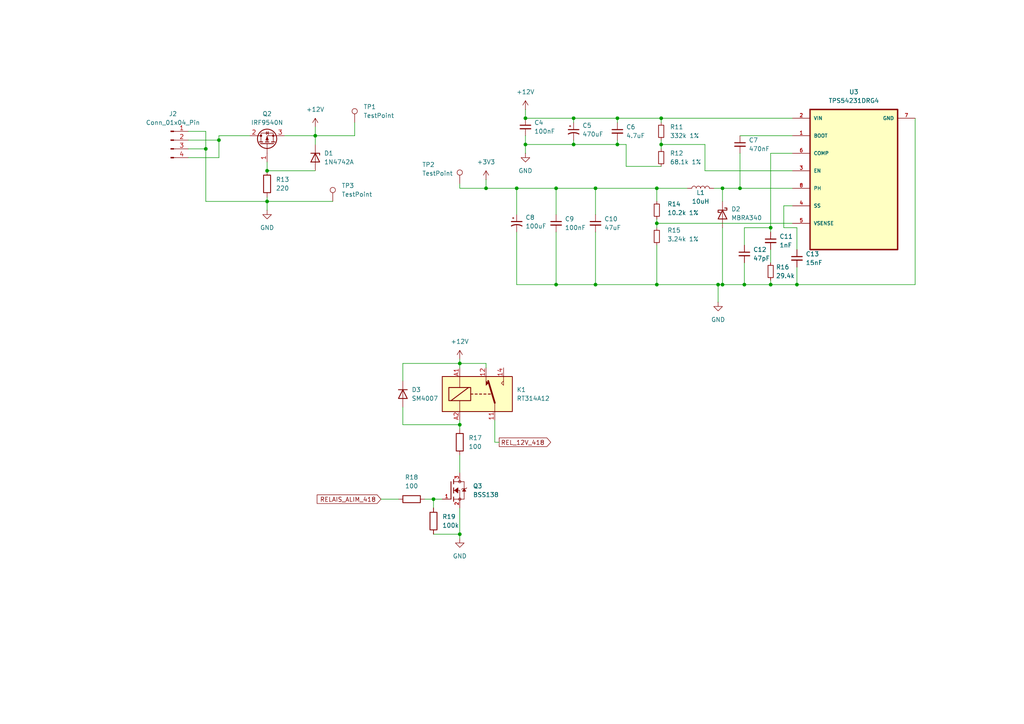
<source format=kicad_sch>
(kicad_sch (version 20250114) (generator "eeschema") (generator_version "9.0")
  (paper "A4")
  (title_block (title "Alim") (date "2025-07-26") (rev "V2") (company "TTS") (comment 1 "EP"))
  (lib_symbols
    (symbol "BSS138:BSS138" (pin_names (offset 1.016))
      (property "Reference" "Q" (at -8.89 2.54 0))
      (property "Value" "BSS138" (at -8.89 -7.62 0))
      (symbol "BSS138_0_0"
        (polyline (pts (xy 0 2.54) (xy 0 -2.54)) (stroke (width 0.254)))
        (polyline (pts (xy 0.762 3.175) (xy 0.762 2.54)) (stroke (width 0.254)))
        (polyline (pts (xy 0.762 2.54) (xy 0.762 1.905)) (stroke (width 0.254)))
        (polyline (pts (xy 0.762 2.54) (xy 3.81 2.54)) (stroke (width 0.1524)))
        (polyline (pts (xy 0.762 0.762) (xy 0.762 0)) (stroke (width 0.254)))
        (polyline (pts (xy 0.762 0) (xy 0.762 -0.762)) (stroke (width 0.254)))
        (polyline (pts (xy 0.762 0) (xy 2.54 0)) (stroke (width 0.1524)))
        (polyline (pts (xy 0.762 -1.905) (xy 0.762 -2.54)) (stroke (width 0.254)))
        (polyline (pts (xy 0.762 -2.54) (xy 0.762 -3.175)) (stroke (width 0.254)))
        (polyline (pts (xy 1.016 0) (xy 2.032 0.762) (xy 2.032 -0.762) (xy 1.016 0)) (stroke (width 0.1524)) (fill (type outline)))
        (circle (center 2.54 2.54) (radius 0.3592))
        (polyline (pts (xy 2.54 0) (xy 2.54 -2.54)) (stroke (width 0.1524)))
        (polyline (pts (xy 2.54 -2.54) (xy 0.762 -2.54)) (stroke (width 0.1524)))
        (polyline (pts (xy 2.54 -2.54) (xy 3.81 -2.54)) (stroke (width 0.1524)))
        (circle (center 2.54 -2.54) (radius 0.3592))
        (polyline (pts (xy 3.302 0.508) (xy 3.048 0.254)) (stroke (width 0.1524)))
        (polyline (pts (xy 3.81 2.54) (xy 3.81 0.508)) (stroke (width 0.1524)))
        (polyline (pts (xy 3.81 0.508) (xy 3.302 0.508)) (stroke (width 0.1524)))
        (polyline (pts (xy 3.81 0.508) (xy 3.81 -2.54)) (stroke (width 0.1524)))
        (polyline (pts (xy 3.81 0.508) (xy 3.302 -0.254) (xy 4.318 -0.254) (xy 3.81 0.508)) (stroke (width 0.1524)) (fill (type outline)))
        (polyline (pts (xy 4.318 0.508) (xy 3.81 0.508)) (stroke (width 0.1524)))
        (polyline (pts (xy 4.572 0.762) (xy 4.318 0.508)) (stroke (width 0.1524)))
        (pin passive line (at -2.54 -2.54 0) (length 2.54) (name "~") (number "1"))
        (pin passive line (at 2.54 5.08 270) (length 2.54) (name "~") (number "3"))
        (pin passive line (at 2.54 -5.08 90) (length 2.54) (name "~") (number "2"))
      )
    )
    (symbol "Connector:Conn_01x04_Pin" (pin_names (offset 1.016) (hide yes))
      (property "Reference" "J" (at 0 5.08 0))
      (property "Value" "Conn_01x04_Pin" (at 0 -7.62 0))
      (symbol "Conn_01x04_Pin_1_1"
        (rectangle (start 0.8636 2.667) (end 0 2.413) (stroke (width 0.1524)) (fill (type outline)))
        (rectangle (start 0.8636 0.127) (end 0 -0.127) (stroke (width 0.1524)) (fill (type outline)))
        (rectangle (start 0.8636 -2.413) (end 0 -2.667) (stroke (width 0.1524)) (fill (type outline)))
        (rectangle (start 0.8636 -4.953) (end 0 -5.207) (stroke (width 0.1524)) (fill (type outline)))
        (polyline (pts (xy 1.27 2.54) (xy 0.8636 2.54)) (stroke (width 0.1524)))
        (polyline (pts (xy 1.27 0) (xy 0.8636 0)) (stroke (width 0.1524)))
        (polyline (pts (xy 1.27 -2.54) (xy 0.8636 -2.54)) (stroke (width 0.1524)))
        (polyline (pts (xy 1.27 -5.08) (xy 0.8636 -5.08)) (stroke (width 0.1524)))
        (pin passive line (at 5.08 2.54 180) (length 3.81) (name "Pin_1") (number "1"))
        (pin passive line (at 5.08 0 180) (length 3.81) (name "Pin_2") (number "2"))
        (pin passive line (at 5.08 -2.54 180) (length 3.81) (name "Pin_3") (number "3"))
        (pin passive line (at 5.08 -5.08 180) (length 3.81) (name "Pin_4") (number "4"))
      )
    )
    (symbol "Connector:TestPoint" (pin_numbers (hide yes)) (pin_names (offset 0.762) (hide yes))
      (property "Reference" "TP" (at 0 6.858 0))
      (property "Value" "TestPoint" (at 0 5.08 0))
      (symbol "TestPoint_0_1"
        (circle (center 0 3.302) (radius 0.762))
      )
      (symbol "TestPoint_1_1"
        (pin passive line (at 0 0 90) (length 2.54) (name "1") (number "1"))
      )
    )
    (symbol "Device:C_Polarized_Small_US" (pin_numbers (hide yes)) (pin_names (offset 0.254) (hide yes))
      (property "Reference" "C" (at 0.254 1.778 0))
      (property "Value" "C_Polarized_Small_US" (at 0.254 -2.032 0))
      (symbol "C_Polarized_Small_US_0_1"
        (polyline (pts (xy -1.524 0.508) (xy 1.524 0.508)) (stroke (width 0.3048)))
        (polyline (pts (xy -1.27 1.524) (xy -0.762 1.524)))
        (polyline (pts (xy -1.016 1.27) (xy -1.016 1.778)))
        (arc (start -1.524 -0.762) (mid 0 -0.3734) (end 1.524 -0.762) (stroke (width 0.3048)))
      )
      (symbol "C_Polarized_Small_US_1_1"
        (pin passive line (at 0 2.54 270) (length 2.032) (name "~") (number "1"))
        (pin passive line (at 0 -2.54 90) (length 2.032) (name "~") (number "2"))
      )
    )
    (symbol "Device:C_Small" (pin_numbers (hide yes)) (pin_names (offset 0.254) (hide yes))
      (property "Reference" "C" (at 0.254 1.778 0))
      (property "Value" "C_Small" (at 0.254 -2.032 0))
      (symbol "C_Small_0_1"
        (polyline (pts (xy -1.524 0.508) (xy 1.524 0.508)) (stroke (width 0.3048)))
        (polyline (pts (xy -1.524 -0.508) (xy 1.524 -0.508)) (stroke (width 0.3302)))
      )
      (symbol "C_Small_1_1"
        (pin passive line (at 0 2.54 270) (length 2.032) (name "~") (number "1"))
        (pin passive line (at 0 -2.54 90) (length 2.032) (name "~") (number "2"))
      )
    )
    (symbol "Device:L" (pin_numbers (hide yes)) (pin_names (offset 1.016) (hide yes))
      (property "Reference" "L" (at -1.27 0 90))
      (property "Value" "L" (at 1.905 0 90))
      (symbol "L_0_1"
        (arc (start 0 2.54) (mid 0.6323 1.905) (end 0 1.27))
        (arc (start 0 1.27) (mid 0.6323 0.635) (end 0 0))
        (arc (start 0 0) (mid 0.6323 -0.635) (end 0 -1.27))
        (arc (start 0 -1.27) (mid 0.6323 -1.905) (end 0 -2.54))
      )
      (symbol "L_1_1"
        (pin passive line (at 0 3.81 270) (length 1.27) (name "1") (number "1"))
        (pin passive line (at 0 -3.81 90) (length 1.27) (name "2") (number "2"))
      )
    )
    (symbol "Device:R" (pin_numbers (hide yes)) (pin_names (offset 0))
      (property "Reference" "R" (at 2.032 0 90))
      (property "Value" "R" (at 0 0 90))
      (symbol "R_0_1"
        (rectangle (start -1.016 -2.54) (end 1.016 2.54) (stroke (width 0.254)))
      )
      (symbol "R_1_1"
        (pin passive line (at 0 3.81 270) (length 1.27) (name "~") (number "1"))
        (pin passive line (at 0 -3.81 90) (length 1.27) (name "~") (number "2"))
      )
    )
    (symbol "Device:R_Small" (pin_numbers (hide yes)) (pin_names (offset 0.254) (hide yes))
      (property "Reference" "R" (at 0.762 0.508 0))
      (property "Value" "R_Small" (at 0.762 -1.016 0))
      (symbol "R_Small_0_1"
        (rectangle (start -0.762 1.778) (end 0.762 -1.778) (stroke (width 0.2032)))
      )
      (symbol "R_Small_1_1"
        (pin passive line (at 0 2.54 270) (length 0.762) (name "~") (number "1"))
        (pin passive line (at 0 -2.54 90) (length 0.762) (name "~") (number "2"))
      )
    )
    (symbol "Diode:1N47xxA" (pin_numbers (hide yes)) (pin_names (hide yes))
      (property "Reference" "D" (at 0 2.54 0))
      (property "Value" "1N47xxA" (at 0 -2.54 0))
      (symbol "1N47xxA_0_1"
        (polyline (pts (xy -1.27 -1.27) (xy -1.27 1.27) (xy -0.762 1.27)) (stroke (width 0.254)))
        (polyline (pts (xy 1.27 0) (xy -1.27 0)))
        (polyline (pts (xy 1.27 -1.27) (xy 1.27 1.27) (xy -1.27 0) (xy 1.27 -1.27)) (stroke (width 0.254)))
      )
      (symbol "1N47xxA_1_1"
        (pin passive line (at -3.81 0 0) (length 2.54) (name "K") (number "1"))
        (pin passive line (at 3.81 0 180) (length 2.54) (name "A") (number "2"))
      )
    )
    (symbol "Diode:MBRA340" (pin_numbers (hide yes)) (pin_names (hide yes))
      (property "Reference" "D" (at 0 2.54 0))
      (property "Value" "MBRA340" (at 0 -2.54 0))
      (symbol "MBRA340_0_1"
        (polyline (pts (xy -1.905 0.635) (xy -1.905 1.27) (xy -1.27 1.27) (xy -1.27 -1.27) (xy -0.635 -1.27) (xy -0.635 -0.635)) (stroke (width 0.254)))
        (polyline (pts (xy 1.27 1.27) (xy 1.27 -1.27) (xy -1.27 0) (xy 1.27 1.27)) (stroke (width 0.254)))
        (polyline (pts (xy 1.27 0) (xy -1.27 0)))
      )
      (symbol "MBRA340_1_1"
        (pin passive line (at -3.81 0 0) (length 2.54) (name "K") (number "1"))
        (pin passive line (at 3.81 0 180) (length 2.54) (name "A") (number "2"))
      )
    )
    (symbol "Diode:SM4007" (pin_numbers (hide yes)) (pin_names (hide yes))
      (property "Reference" "D" (at 0 2.54 0))
      (property "Value" "SM4007" (at 0 -2.54 0))
      (symbol "SM4007_0_1"
        (polyline (pts (xy -1.27 1.27) (xy -1.27 -1.27)) (stroke (width 0.254)))
        (polyline (pts (xy 1.27 1.27) (xy 1.27 -1.27) (xy -1.27 0) (xy 1.27 1.27)) (stroke (width 0.254)))
        (polyline (pts (xy 1.27 0) (xy -1.27 0)))
      )
      (symbol "SM4007_1_1"
        (pin passive line (at -3.81 0 0) (length 2.54) (name "K") (number "1"))
        (pin passive line (at 3.81 0 180) (length 2.54) (name "A") (number "2"))
      )
    )
    (symbol "Relay:RT314A12"
      (property "Reference" "K" (at 11.43 3.81 0))
      (property "Value" "RT314A12" (at 11.43 1.27 0))
      (symbol "RT314A12_0_0"
        (polyline (pts (xy -2.54 1.905) (xy -7.62 -1.905)) (stroke (width 0.254)))
      )
      (symbol "RT314A12_0_1"
        (rectangle (start -10.16 5.08) (end 10.16 -5.08) (stroke (width 0.254)) (fill (type background)))
        (rectangle (start -8.255 1.905) (end -1.905 -1.905) (stroke (width 0.254)))
        (polyline (pts (xy -5.08 5.08) (xy -5.08 1.905)))
        (polyline (pts (xy -5.08 -5.08) (xy -5.08 -1.905)))
        (polyline (pts (xy -1.905 0) (xy -1.27 0)) (stroke (width 0.254)))
        (polyline (pts (xy -0.635 0) (xy 0 0)) (stroke (width 0.254)))
        (polyline (pts (xy 0.635 0) (xy 1.27 0)) (stroke (width 0.254)))
        (polyline (pts (xy 1.905 0) (xy 2.54 0)) (stroke (width 0.254)))
        (polyline (pts (xy 2.54 5.08) (xy 2.54 2.54) (xy 3.175 3.175) (xy 2.54 3.81)) (fill (type outline)))
        (polyline (pts (xy 3.175 0) (xy 3.81 0)) (stroke (width 0.254)))
        (polyline (pts (xy 5.08 -2.54) (xy 3.175 3.81)) (stroke (width 0.508)))
        (polyline (pts (xy 5.08 -2.54) (xy 5.08 -5.08)))
        (polyline (pts (xy 7.62 5.08) (xy 7.62 2.54) (xy 6.985 3.175) (xy 7.62 3.81)))
      )
      (symbol "RT314A12_1_1"
        (pin passive line (at -5.08 7.62 270) (length 2.54) (name "~") (number "A1"))
        (pin passive line (at -5.08 -7.62 90) (length 2.54) (name "~") (number "A2"))
        (pin passive line (at 2.54 7.62 270) (length 2.54) (name "~") (number "12"))
        (pin passive line (at 5.08 -7.62 90) (length 2.54) (name "~") (number "11"))
        (pin passive line (at 7.62 7.62 270) (length 2.54) (name "~") (number "14"))
      )
    )
    (symbol "TPS54231DRG4:TPS54231DRG4" (pin_names (offset 1.016))
      (property "Reference" "U" (at -12.7 21.32 0))
      (property "Value" "TPS54231DRG4" (at -12.7 -24.32 0))
      (symbol "TPS54231DRG4_0_0"
        (rectangle (start -12.7 -20.32) (end 12.7 20.32) (stroke (width 0.41)) (fill (type background)))
        (pin input line (at -17.78 17.78 0) (length 5.08) (name "VIN") (number "2"))
        (pin bidirectional line (at -17.78 12.7 0) (length 5.08) (name "BOOT") (number "1"))
        (pin bidirectional line (at -17.78 7.62 0) (length 5.08) (name "COMP") (number "6"))
        (pin bidirectional line (at -17.78 2.54 0) (length 5.08) (name "EN") (number "3"))
        (pin bidirectional line (at -17.78 -2.54 0) (length 5.08) (name "PH") (number "8"))
        (pin bidirectional line (at -17.78 -7.62 0) (length 5.08) (name "SS") (number "4"))
        (pin bidirectional line (at -17.78 -12.7 0) (length 5.08) (name "VSENSE") (number "5"))
        (pin power_in line (at 17.78 17.78 180) (length 5.08) (name "GND") (number "7"))
      )
    )
    (symbol "Transistor_FET:IRF9540N" (pin_names (hide yes))
      (property "Reference" "Q" (at 5.08 1.905 0))
      (property "Value" "IRF9540N" (at 5.08 0 0))
      (symbol "IRF9540N_0_1"
        (polyline (pts (xy 0.254 1.905) (xy 0.254 -1.905)) (stroke (width 0.254)))
        (polyline (pts (xy 0.254 0) (xy -2.54 0)))
        (polyline (pts (xy 0.762 2.286) (xy 0.762 1.27)) (stroke (width 0.254)))
        (polyline (pts (xy 0.762 1.778) (xy 3.302 1.778) (xy 3.302 -1.778) (xy 0.762 -1.778)))
        (polyline (pts (xy 0.762 0.508) (xy 0.762 -0.508)) (stroke (width 0.254)))
        (polyline (pts (xy 0.762 -1.27) (xy 0.762 -2.286)) (stroke (width 0.254)))
        (circle (center 1.651 0) (radius 2.794) (stroke (width 0.254)))
        (polyline (pts (xy 2.286 0) (xy 1.27 0.381) (xy 1.27 -0.381) (xy 2.286 0)) (fill (type outline)))
        (polyline (pts (xy 2.54 2.54) (xy 2.54 1.778)))
        (circle (center 2.54 1.778) (radius 0.254) (fill (type outline)))
        (circle (center 2.54 -1.778) (radius 0.254) (fill (type outline)))
        (polyline (pts (xy 2.54 -2.54) (xy 2.54 0) (xy 0.762 0)))
        (polyline (pts (xy 2.794 -0.508) (xy 2.921 -0.381) (xy 3.683 -0.381) (xy 3.81 -0.254)))
        (polyline (pts (xy 3.302 -0.381) (xy 2.921 0.254) (xy 3.683 0.254) (xy 3.302 -0.381)))
      )
      (symbol "IRF9540N_1_1"
        (pin input line (at -5.08 0 0) (length 2.54) (name "G") (number "1"))
        (pin passive line (at 2.54 5.08 270) (length 2.54) (name "D") (number "2"))
        (pin passive line (at 2.54 -5.08 90) (length 2.54) (name "S") (number "3"))
      )
    )
    (symbol "power:+12V" (power) (pin_numbers (hide yes)) (pin_names (offset 0) (hide yes))
      (property "Value" "+12V" (at 0 3.556 0))
      (symbol "+12V_0_1"
        (polyline (pts (xy -0.762 1.27) (xy 0 2.54)))
        (polyline (pts (xy 0 2.54) (xy 0.762 1.27)))
        (polyline (pts (xy 0 0) (xy 0 2.54)))
      )
      (symbol "+12V_1_1"
        (pin power_in line (at 0 0 90) (length 0) (name "~") (number "1"))
      )
    )
    (symbol "power:+3V3" (power) (pin_numbers (hide yes)) (pin_names (offset 0) (hide yes))
      (property "Value" "+3V3" (at 0 3.556 0))
      (symbol "+3V3_0_1"
        (polyline (pts (xy -0.762 1.27) (xy 0 2.54)))
        (polyline (pts (xy 0 2.54) (xy 0.762 1.27)))
        (polyline (pts (xy 0 0) (xy 0 2.54)))
      )
      (symbol "+3V3_1_1"
        (pin power_in line (at 0 0 90) (length 0) (name "~") (number "1"))
      )
    )
    (symbol "power:GND" (power) (pin_numbers (hide yes)) (pin_names (offset 0) (hide yes))
      (property "Value" "GND" (at 0 -3.81 0))
      (symbol "GND_0_1"
        (polyline (pts (xy 0 0) (xy 0 -1.27) (xy 1.27 -1.27) (xy 0 -2.54) (xy -1.27 -1.27) (xy 0 -1.27)))
      )
      (symbol "GND_1_1"
        (pin power_in line (at 0 0 270) (length 0) (name "~") (number "1"))
      )
    )
  )
  (junction (at 149.86 54.61))
  (junction (at 77.47 58.42))
  (junction (at 59.69 43.18))
  (junction (at 166.37 34.29))
  (junction (at 223.52 82.55))
  (junction (at 77.47 49.53))
  (junction (at 161.29 82.55))
  (junction (at 190.5 54.61))
  (junction (at 215.9 82.55))
  (junction (at 190.5 64.77))
  (junction (at 152.4 41.91))
  (junction (at 172.72 54.61))
  (junction (at 133.35 123.19))
  (junction (at 125.73 144.78))
  (junction (at 172.72 82.55))
  (junction (at 231.14 82.55))
  (junction (at 63.5 40.64))
  (junction (at 214.63 54.61))
  (junction (at 161.29 54.61))
  (junction (at 133.35 154.94))
  (junction (at 133.35 105.41))
  (junction (at 179.07 34.29))
  (junction (at 208.28 82.55))
  (junction (at 91.44 39.37))
  (junction (at 140.97 54.61))
  (junction (at 191.77 41.91))
  (junction (at 191.77 34.29))
  (junction (at 209.55 82.55))
  (junction (at 166.37 41.91))
  (junction (at 223.52 66.04))
  (junction (at 152.4 34.29))
  (junction (at 209.55 54.61))
  (junction (at 190.5 82.55))
  (junction (at 179.07 41.91))
  (wire (pts (xy 179.07 41.91) (xy 181.61 41.91)))
  (wire (pts (xy 63.5 39.37) (xy 63.5 40.64)))
  (wire (pts (xy 77.47 58.42) (xy 77.47 60.96)))
  (wire (pts (xy 209.55 54.61) (xy 209.55 58.42)))
  (wire (pts (xy 190.5 71.12) (xy 190.5 82.55)))
  (wire (pts (xy 116.84 105.41) (xy 133.35 105.41)))
  (wire (pts (xy 190.5 64.77) (xy 229.87 64.77)))
  (wire (pts (xy 166.37 40.64) (xy 166.37 41.91)))
  (wire (pts (xy 133.35 121.92) (xy 133.35 123.19)))
  (wire (pts (xy 209.55 54.61) (xy 214.63 54.61)))
  (wire (pts (xy 223.52 82.55) (xy 215.9 82.55)))
  (wire (pts (xy 215.9 66.04) (xy 223.52 66.04)))
  (wire (pts (xy 265.43 82.55) (xy 231.14 82.55)))
  (wire (pts (xy 214.63 39.37) (xy 229.87 39.37)))
  (wire (pts (xy 149.86 54.61) (xy 161.29 54.61)))
  (wire (pts (xy 59.69 38.1) (xy 59.69 43.18)))
  (wire (pts (xy 133.35 104.14) (xy 133.35 105.41)))
  (wire (pts (xy 166.37 34.29) (xy 179.07 34.29)))
  (wire (pts (xy 209.55 82.55) (xy 215.9 82.55)))
  (wire (pts (xy 223.52 44.45) (xy 223.52 66.04)))
  (wire (pts (xy 223.52 72.39) (xy 223.52 76.2)))
  (wire (pts (xy 166.37 41.91) (xy 179.07 41.91)))
  (wire (pts (xy 140.97 105.41) (xy 140.97 106.68)))
  (wire (pts (xy 227.33 59.69) (xy 229.87 59.69)))
  (wire (pts (xy 77.47 49.53) (xy 91.44 49.53)))
  (wire (pts (xy 149.86 82.55) (xy 161.29 82.55)))
  (wire (pts (xy 149.86 67.31) (xy 149.86 82.55)))
  (wire (pts (xy 133.35 105.41) (xy 133.35 106.68)))
  (wire (pts (xy 59.69 58.42) (xy 77.47 58.42)))
  (wire (pts (xy 227.33 66.04) (xy 227.33 59.69)))
  (wire (pts (xy 223.52 81.28) (xy 223.52 82.55)))
  (wire (pts (xy 227.33 66.04) (xy 231.14 66.04)))
  (wire (pts (xy 207.01 54.61) (xy 209.55 54.61)))
  (wire (pts (xy 181.61 48.26) (xy 181.61 41.91)))
  (wire (pts (xy 161.29 54.61) (xy 161.29 62.23)))
  (wire (pts (xy 223.52 66.04) (xy 223.52 67.31)))
  (wire (pts (xy 133.35 105.41) (xy 140.97 105.41)))
  (wire (pts (xy 215.9 71.12) (xy 215.9 66.04)))
  (wire (pts (xy 265.43 34.29) (xy 265.43 82.55)))
  (wire (pts (xy 172.72 82.55) (xy 190.5 82.55)))
  (wire (pts (xy 161.29 82.55) (xy 172.72 82.55)))
  (wire (pts (xy 204.47 49.53) (xy 204.47 41.91)))
  (wire (pts (xy 191.77 41.91) (xy 191.77 40.64)))
  (wire (pts (xy 152.4 41.91) (xy 166.37 41.91)))
  (wire (pts (xy 125.73 144.78) (xy 125.73 147.32)))
  (wire (pts (xy 172.72 54.61) (xy 190.5 54.61)))
  (wire (pts (xy 149.86 54.61) (xy 149.86 62.23)))
  (wire (pts (xy 229.87 49.53) (xy 204.47 49.53)))
  (wire (pts (xy 190.5 54.61) (xy 190.5 58.42)))
  (wire (pts (xy 214.63 44.45) (xy 214.63 54.61)))
  (wire (pts (xy 133.35 154.94) (xy 133.35 156.21)))
  (wire (pts (xy 123.19 144.78) (xy 125.73 144.78)))
  (wire (pts (xy 133.35 123.19) (xy 133.35 124.46)))
  (wire (pts (xy 63.5 45.72) (xy 54.61 45.72)))
  (wire (pts (xy 152.4 31.75) (xy 152.4 34.29)))
  (wire (pts (xy 116.84 110.49) (xy 116.84 105.41)))
  (wire (pts (xy 191.77 43.18) (xy 191.77 41.91)))
  (wire (pts (xy 54.61 43.18) (xy 59.69 43.18)))
  (wire (pts (xy 231.14 77.47) (xy 231.14 82.55)))
  (wire (pts (xy 91.44 39.37) (xy 82.55 39.37)))
  (wire (pts (xy 214.63 54.61) (xy 229.87 54.61)))
  (wire (pts (xy 209.55 66.04) (xy 209.55 82.55)))
  (wire (pts (xy 54.61 38.1) (xy 59.69 38.1)))
  (wire (pts (xy 229.87 44.45) (xy 223.52 44.45)))
  (wire (pts (xy 110.49 144.78) (xy 115.57 144.78)))
  (wire (pts (xy 59.69 43.18) (xy 59.69 58.42)))
  (wire (pts (xy 140.97 54.61) (xy 149.86 54.61)))
  (wire (pts (xy 215.9 76.2) (xy 215.9 82.55)))
  (wire (pts (xy 208.28 82.55) (xy 208.28 87.63)))
  (wire (pts (xy 161.29 54.61) (xy 172.72 54.61)))
  (wire (pts (xy 179.07 40.64) (xy 179.07 41.91)))
  (wire (pts (xy 190.5 54.61) (xy 199.39 54.61)))
  (wire (pts (xy 143.51 128.27) (xy 143.51 121.92)))
  (wire (pts (xy 166.37 34.29) (xy 166.37 35.56)))
  (wire (pts (xy 208.28 82.55) (xy 209.55 82.55)))
  (wire (pts (xy 116.84 123.19) (xy 133.35 123.19)))
  (wire (pts (xy 231.14 66.04) (xy 231.14 72.39)))
  (wire (pts (xy 133.35 147.32) (xy 133.35 154.94)))
  (wire (pts (xy 140.97 52.07) (xy 140.97 54.61)))
  (wire (pts (xy 54.61 40.64) (xy 63.5 40.64)))
  (wire (pts (xy 116.84 118.11) (xy 116.84 123.19)))
  (wire (pts (xy 191.77 48.26) (xy 181.61 48.26)))
  (wire (pts (xy 179.07 34.29) (xy 191.77 34.29)))
  (wire (pts (xy 63.5 40.64) (xy 63.5 45.72)))
  (wire (pts (xy 102.87 39.37) (xy 91.44 39.37)))
  (wire (pts (xy 191.77 34.29) (xy 191.77 35.56)))
  (wire (pts (xy 152.4 39.37) (xy 152.4 41.91)))
  (wire (pts (xy 172.72 62.23) (xy 172.72 54.61)))
  (wire (pts (xy 172.72 67.31) (xy 172.72 82.55)))
  (wire (pts (xy 190.5 82.55) (xy 208.28 82.55)))
  (wire (pts (xy 72.39 39.37) (xy 63.5 39.37)))
  (wire (pts (xy 77.47 57.15) (xy 77.47 58.42)))
  (wire (pts (xy 125.73 154.94) (xy 133.35 154.94)))
  (wire (pts (xy 191.77 34.29) (xy 229.87 34.29)))
  (wire (pts (xy 152.4 41.91) (xy 152.4 44.45)))
  (wire (pts (xy 77.47 58.42) (xy 96.52 58.42)))
  (wire (pts (xy 91.44 36.83) (xy 91.44 39.37)))
  (wire (pts (xy 144.78 128.27) (xy 143.51 128.27)))
  (wire (pts (xy 133.35 132.08) (xy 133.35 137.16)))
  (wire (pts (xy 161.29 67.31) (xy 161.29 82.55)))
  (wire (pts (xy 77.47 46.99) (xy 77.47 49.53)))
  (wire (pts (xy 102.87 35.56) (xy 102.87 39.37)))
  (wire (pts (xy 190.5 63.5) (xy 190.5 64.77)))
  (wire (pts (xy 133.35 53.34) (xy 133.35 54.61)))
  (wire (pts (xy 204.47 41.91) (xy 191.77 41.91)))
  (wire (pts (xy 179.07 34.29) (xy 179.07 35.56)))
  (wire (pts (xy 190.5 64.77) (xy 190.5 66.04)))
  (wire (pts (xy 91.44 41.91) (xy 91.44 39.37)))
  (wire (pts (xy 152.4 34.29) (xy 166.37 34.29)))
  (wire (pts (xy 133.35 54.61) (xy 140.97 54.61)))
  (wire (pts (xy 231.14 82.55) (xy 223.52 82.55)))
  (wire (pts (xy 125.73 144.78) (xy 128.27 144.78)))
  (global_label "REL_12V_418" (shape output) (at 144.78 128.27 0) (property "Intersheetrefs" "${INTERSHEET_REFS}" (effects (hide yes))))
  (global_label "RELAIS_ALIM_418" (shape input) (at 110.49 144.78 180) (property "Intersheetrefs" "${INTERSHEET_REFS}" (effects (hide yes))))
  (symbol (lib_id "Device:C_Polarized_Small_US") (at 149.86 64.77 0) (unit 1)
    (property "Reference" "C8" (at 152.4 63.0681 0) (effects (justify left)))
    (property "Value" "100uF" (at 152.4 65.6081 0) (effects (justify left)))
    (property "Footprint" "Capacitor_SMD:CP_Elec_6.3x9.9" (effects (hide yes)))
    (property "Description" "Polarized capacitor, small US symbol" (effects (hide yes)))
  )
  (symbol (lib_id "Device:R") (at 133.35 128.27 0) (unit 1)
    (property "Reference" "R17" (at 135.89 126.9999 0) (effects (justify left)))
    (property "Value" "100" (at 135.89 129.5399 0) (effects (justify left)))
    (property "Footprint" "Resistor_SMD:R_0805_2012Metric_Pad1.20x1.40mm_HandSolder" (effects (hide yes)))
    (property "Description" "Resistor" (effects (hide yes)))
  )
  (symbol (lib_id "Device:R_Small") (at 191.77 45.72 0) (unit 1)
    (property "Reference" "R12" (at 194.31 44.4499 0) (effects (justify left)))
    (property "Value" "68.1k 1%" (at 194.31 46.9899 0) (effects (justify left)))
    (property "Footprint" "Resistor_SMD:R_0805_2012Metric_Pad1.20x1.40mm_HandSolder" (effects (hide yes)))
    (property "Description" "Resistor, small symbol" (effects (hide yes)))
  )
  (symbol (lib_id "Device:C_Polarized_Small_US") (at 166.37 38.1 0) (unit 1)
    (property "Reference" "C5" (at 168.91 36.3981 0) (effects (justify left)))
    (property "Value" "470uF" (at 168.91 38.9381 0) (effects (justify left)))
    (property "Footprint" "Capacitor_SMD:C_Elec_10x10.2" (effects (hide yes)))
    (property "Description" "Polarized capacitor, small US symbol" (effects (hide yes)))
  )
  (symbol (lib_id "Device:R") (at 77.47 53.34 0) (unit 1)
    (property "Reference" "R13" (at 80.01 52.0699 0) (effects (justify left)))
    (property "Value" "220" (at 80.01 54.6099 0) (effects (justify left)))
    (property "Footprint" "Resistor_SMD:R_0805_2012Metric_Pad1.20x1.40mm_HandSolder" (effects (hide yes)))
    (property "Description" "Resistor" (effects (hide yes)))
  )
  (symbol (lib_id "Connector:TestPoint") (at 102.87 35.56 0) (unit 1)
    (property "Reference" "TP1" (at 105.41 30.9879 0) (effects (justify left)))
    (property "Value" "TestPoint" (at 105.41 33.5279 0) (effects (justify left)))
    (property "Footprint" "TestPoint:TestPoint_Pad_1.5x1.5mm" (effects (hide yes)))
    (property "Description" "test point" (effects (hide yes)))
  )
  (symbol (lib_id "Device:C_Small") (at 223.52 69.85 0) (unit 1)
    (property "Reference" "C11" (at 226.06 68.5862 0) (effects (justify left)))
    (property "Value" "1nF" (at 226.06 71.1262 0) (effects (justify left)))
    (property "Footprint" "Capacitor_SMD:C_0805_2012Metric_Pad1.18x1.45mm_HandSolder" (effects (hide yes)))
    (property "Description" "Unpolarized capacitor, small symbol" (effects (hide yes)))
  )
  (symbol (lib_id "Diode:MBRA340") (at 209.55 62.23 270) (unit 1)
    (property "Reference" "D2" (at 212.09 60.6424 90) (effects (justify left)))
    (property "Value" "MBRA340" (at 212.09 63.1824 90) (effects (justify left)))
    (property "Footprint" "Diode_SMD:D_SMA" (effects (hide yes)))
    (property "Datasheet" "https://www.onsemi.com/pub/Collateral/MBRA340T3-D.PDF" (effects (hide yes)))
    (property "Description" "40V 3A Schottky Barrier Rectifier Diode, SMA(DO-214AC)" (effects (hide yes)))
  )
  (symbol (lib_id "TPS54231DRG4:TPS54231DRG4") (at 247.65 52.07 0) (unit 1)
    (property "Reference" "U3" (at 247.65 26.67 0))
    (property "Value" "TPS54231DRG4" (at 247.65 29.21 0))
    (property "Footprint" "TPS54231DRG4:SOIC127P599X175-8N" (effects (hide yes)))
    (property "DigiKey_Part_Number" "296-52801-2-ND" (effects (hide yes)))
    (property "SnapEDA_Link" "https://www.snapeda.com/parts/TPS54231DRG4/Texas+Instruments/view-part/?ref=snap" (effects (hide yes)))
    (property "Description_1" "3.5 to 28V Input, 2A, 570kHz Step-Down Converter with Eco-mode™ 8-SOIC -40 to 150" (effects (hide yes)))
    (property "MF" "Texas Instruments" (effects (hide yes)))
    (property "Package" "SOIC-8 Texas Instruments" (effects (hide yes)))
    (property "Check_prices" "https://www.snapeda.com/parts/TPS54231DRG4/Texas+Instruments/view-part/?ref=eda" (effects (hide yes)))
    (property "MP" "TPS54231DRG4" (effects (hide yes)))
  )
  (symbol (lib_id "power:GND") (at 133.35 156.21 0) (unit 1)
    (property "Reference" "#PWR023" (effects (hide yes)))
    (property "Value" "GND" (at 133.35 161.29 0))
    (property "Description" "Power symbol creates a global label with name \"GND\" , ground" (effects (hide yes)))
  )
  (symbol (lib_id "power:GND") (at 152.4 44.45 0) (unit 1)
    (property "Reference" "#PWR018" (effects (hide yes)))
    (property "Value" "GND" (at 152.4 49.53 0))
    (property "Description" "Power symbol creates a global label with name \"GND\" , ground" (effects (hide yes)))
  )
  (symbol (lib_id "Device:R_Small") (at 223.52 78.74 0) (unit 1)
    (property "Reference" "R16" (at 225.044 77.47 0) (effects (justify left)))
    (property "Value" "29.4k" (at 225.044 80.01 0) (effects (justify left)))
    (property "Footprint" "Resistor_SMD:R_0805_2012Metric_Pad1.20x1.40mm_HandSolder" (effects (hide yes)))
    (property "Description" "Resistor, small symbol" (effects (hide yes)))
  )
  (symbol (lib_id "Device:C_Small") (at 214.63 41.91 0) (unit 1)
    (property "Reference" "C7" (at 217.17 40.6462 0) (effects (justify left)))
    (property "Value" "470nF" (at 217.17 43.1862 0) (effects (justify left)))
    (property "Footprint" "Capacitor_SMD:C_0805_2012Metric_Pad1.18x1.45mm_HandSolder" (effects (hide yes)))
    (property "Description" "Unpolarized capacitor, small symbol" (effects (hide yes)))
  )
  (symbol (lib_id "Device:C_Small") (at 231.14 74.93 0) (unit 1)
    (property "Reference" "C13" (at 233.68 73.6662 0) (effects (justify left)))
    (property "Value" "15nF" (at 233.68 76.2062 0) (effects (justify left)))
    (property "Footprint" "Capacitor_SMD:C_0805_2012Metric_Pad1.18x1.45mm_HandSolder" (effects (hide yes)))
    (property "Description" "Unpolarized capacitor, small symbol" (effects (hide yes)))
  )
  (symbol (lib_id "Connector:TestPoint") (at 133.35 53.34 0) (unit 1)
    (property "Reference" "TP2" (at 122.428 47.752 0) (effects (justify left)))
    (property "Value" "TestPoint" (at 122.428 50.292 0) (effects (justify left)))
    (property "Footprint" "TestPoint:TestPoint_Pad_1.5x1.5mm" (effects (hide yes)))
    (property "Description" "test point" (effects (hide yes)))
  )
  (symbol (lib_id "power:GND") (at 77.47 60.96 0) (unit 1)
    (property "Reference" "#PWR020" (effects (hide yes)))
    (property "Value" "GND" (at 77.47 66.04 0))
    (property "Description" "Power symbol creates a global label with name \"GND\" , ground" (effects (hide yes)))
  )
  (symbol (lib_id "power:+12V") (at 133.35 104.14 0) (unit 1)
    (property "Reference" "#PWR022" (effects (hide yes)))
    (property "Value" "+12V" (at 133.35 99.06 0))
    (property "Description" "Power symbol creates a global label with name \"+12V\"" (effects (hide yes)))
  )
  (symbol (lib_id "Connector:TestPoint") (at 96.52 58.42 0) (unit 1)
    (property "Reference" "TP3" (at 99.06 53.8479 0) (effects (justify left)))
    (property "Value" "TestPoint" (at 99.06 56.3879 0) (effects (justify left)))
    (property "Footprint" "TestPoint:TestPoint_Loop_D2.50mm_Drill1.85mm" (effects (hide yes)))
    (property "Description" "test point" (effects (hide yes)))
  )
  (symbol (lib_id "Device:R_Small") (at 191.77 38.1 0) (unit 1)
    (property "Reference" "R11" (at 194.31 36.8299 0) (effects (justify left)))
    (property "Value" "332k 1%" (at 194.31 39.3699 0) (effects (justify left)))
    (property "Footprint" "Resistor_SMD:R_0805_2012Metric_Pad1.20x1.40mm_HandSolder" (effects (hide yes)))
    (property "Description" "Resistor, small symbol" (effects (hide yes)))
  )
  (symbol (lib_id "Device:C_Small") (at 172.72 64.77 0) (unit 1)
    (property "Reference" "C10" (at 175.26 63.5062 0) (effects (justify left)))
    (property "Value" "47uF" (at 175.26 66.0462 0) (effects (justify left)))
    (property "Footprint" "Capacitor_SMD:C_1210_3225Metric_Pad1.33x2.70mm_HandSolder" (effects (hide yes)))
    (property "Description" "Unpolarized capacitor, small symbol" (effects (hide yes)))
  )
  (symbol (lib_id "Device:R") (at 119.38 144.78 270) (unit 1)
    (property "Reference" "R18" (at 119.38 138.43 90))
    (property "Value" "100" (at 119.38 140.97 90))
    (property "Footprint" "Resistor_SMD:R_0805_2012Metric_Pad1.20x1.40mm_HandSolder" (effects (hide yes)))
    (property "Description" "Resistor" (effects (hide yes)))
  )
  (symbol (lib_id "Device:C_Small") (at 161.29 64.77 0) (unit 1)
    (property "Reference" "C9" (at 163.83 63.5062 0) (effects (justify left)))
    (property "Value" "100nF" (at 163.83 66.0462 0) (effects (justify left)))
    (property "Footprint" "Capacitor_SMD:C_0805_2012Metric_Pad1.18x1.45mm_HandSolder" (effects (hide yes)))
    (property "Description" "Unpolarized capacitor, small symbol" (effects (hide yes)))
  )
  (symbol (lib_id "Diode:SM4007") (at 116.84 114.3 270) (unit 1)
    (property "Reference" "D3" (at 119.38 113.0299 90) (effects (justify left)))
    (property "Value" "SM4007" (at 119.38 115.5699 90) (effects (justify left)))
    (property "Footprint" "Diode_SMD:D_MELF" (effects (hide yes)))
    (property "Datasheet" "http://cdn-reichelt.de/documents/datenblatt/A400/SMD1N400%23DIO.pdf" (effects (hide yes)))
    (property "Description" "1000V 1A General Purpose Rectifier Diode, MELF" (effects (hide yes)))
    (property "Sim.Device" "D" (effects (hide yes)))
    (property "Sim.Pins" "1=K 2=A" (effects (hide yes)))
  )
  (symbol (lib_id "Device:R") (at 125.73 151.13 0) (unit 1)
    (property "Reference" "R19" (at 128.27 149.8599 0) (effects (justify left)))
    (property "Value" "100k" (at 128.27 152.3999 0) (effects (justify left)))
    (property "Footprint" "Resistor_SMD:R_0805_2012Metric_Pad1.20x1.40mm_HandSolder" (effects (hide yes)))
    (property "Description" "Resistor" (effects (hide yes)))
  )
  (symbol (lib_id "Relay:RT314A12") (at 138.43 114.3 0) (unit 1)
    (property "Reference" "K1" (at 149.86 113.0299 0) (effects (justify left)))
    (property "Value" "RT314A12" (at 149.86 115.5699 0) (effects (justify left)))
    (property "Footprint" "Relay_THT:Relay_SPDT_Schrack-RT1-16A-FormC_RM5mm" (effects (hide yes)))
    (property "Datasheet" "https://www.te.com/commerce/DocumentDelivery/DDEController?Action=srchrtrv&DocNm=RT1_bistable&DocType=DS&DocLang=English" (effects (hide yes)))
    (property "Description" "Schrack RT1 relay, bistable single pole dual throw, single DC coil, 12V" (effects (hide yes)))
  )
  (symbol (lib_id "power:+12V") (at 152.4 31.75 0) (unit 1)
    (property "Reference" "#PWR016" (effects (hide yes)))
    (property "Value" "+12V" (at 152.4 26.67 0))
    (property "Description" "Power symbol creates a global label with name \"+12V\"" (effects (hide yes)))
  )
  (symbol (lib_id "Device:L") (at 203.2 54.61 90) (unit 1)
    (property "Reference" "L1" (at 203.2 55.88 90))
    (property "Value" "10uH" (at 203.2 58.42 90))
    (property "Footprint" "Inductor_SMD:L_Coilcraft_MOS6020-XXX" (effects (hide yes)))
    (property "Description" "Inductor" (effects (hide yes)))
  )
  (symbol (lib_id "Transistor_FET:IRF9540N") (at 77.47 41.91 90) (unit 1)
    (property "Reference" "Q2" (at 77.47 33.02 90))
    (property "Value" "IRF9540N" (at 77.47 35.56 90))
    (property "Footprint" "Package_TO_SOT_SMD:TO-252-2" (effects (hide yes)))
    (property "Datasheet" "http://www.irf.com/product-info/datasheets/data/irf9540n.pdf" (effects (hide yes)))
    (property "Description" "-23A Id, -100V Vds, 117mOhm Rds, P-Channel HEXFET Power MOSFET, TO-220" (effects (hide yes)))
  )
  (symbol (lib_id "Diode:1N47xxA") (at 91.44 45.72 270) (unit 1)
    (property "Reference" "D1" (at 93.98 44.4499 90) (effects (justify left)))
    (property "Value" "1N4742A" (at 93.98 46.9899 90) (effects (justify left)))
    (property "Footprint" "Diode_THT:D_DO-41_SOD81_P10.16mm_Horizontal" (effects (hide yes)))
    (property "Datasheet" "https://www.vishay.com/docs/85816/1n4728a.pdf" (effects (hide yes)))
    (property "Description" "1300mW Silicon planar power Zener diodes, DO-41" (effects (hide yes)))
  )
  (symbol (lib_id "Device:R_Small") (at 190.5 60.96 180) (unit 1)
    (property "Reference" "R14" (at 193.548 59.182 0) (effects (justify right)))
    (property "Value" "10.2k 1%" (at 193.548 61.722 0) (effects (justify right)))
    (property "Footprint" "Resistor_SMD:R_0805_2012Metric_Pad1.20x1.40mm_HandSolder" (effects (hide yes)))
    (property "Description" "Resistor, small symbol" (effects (hide yes)))
  )
  (symbol (lib_id "power:+3V3") (at 140.97 52.07 0) (unit 1)
    (property "Reference" "#PWR019" (effects (hide yes)))
    (property "Value" "+3V3" (at 140.97 46.99 0))
    (property "Description" "Power symbol creates a global label with name \"+3V3\"" (effects (hide yes)))
  )
  (symbol (lib_id "Device:C_Small") (at 215.9 73.66 0) (unit 1)
    (property "Reference" "C12" (at 218.44 72.3962 0) (effects (justify left)))
    (property "Value" "47pF" (at 218.44 74.9362 0) (effects (justify left)))
    (property "Footprint" "Capacitor_SMD:C_0805_2012Metric_Pad1.18x1.45mm_HandSolder" (effects (hide yes)))
    (property "Description" "Unpolarized capacitor, small symbol" (effects (hide yes)))
  )
  (symbol (lib_id "Device:C_Small") (at 179.07 38.1 0) (unit 1)
    (property "Reference" "C6" (at 181.61 36.8362 0) (effects (justify left)))
    (property "Value" "4.7uF" (at 181.61 39.3762 0) (effects (justify left)))
    (property "Footprint" "Capacitor_SMD:C_1210_3225Metric_Pad1.33x2.70mm_HandSolder" (effects (hide yes)))
    (property "Description" "Unpolarized capacitor, small symbol" (effects (hide yes)))
  )
  (symbol (lib_id "Device:R_Small") (at 190.5 68.58 180) (unit 1)
    (property "Reference" "R15" (at 193.548 66.802 0) (effects (justify right)))
    (property "Value" "3.24k 1%" (at 193.548 69.342 0) (effects (justify right)))
    (property "Footprint" "Resistor_SMD:R_0805_2012Metric_Pad1.20x1.40mm_HandSolder" (effects (hide yes)))
    (property "Description" "Resistor, small symbol" (effects (hide yes)))
  )
  (symbol (lib_id "BSS138:BSS138") (at 130.81 142.24 0) (unit 1)
    (property "Reference" "Q3" (at 137.16 140.9699 0) (effects (justify left)))
    (property "Value" "BSS138" (at 137.16 143.5099 0) (effects (justify left)))
    (property "Footprint" "BSS138:SOT95P240X111-3N" (effects (hide yes)))
    (property "MF" "onsemi" (effects (hide yes)))
    (property "MAXIMUM_PACKAGE_HEIGHT" "1.11 mm" (effects (hide yes)))
    (property "Package" "SOT-23-3 ON Semiconductor" (effects (hide yes)))
    (property "Price" "None" (effects (hide yes)))
    (property "Check_prices" "https://www.snapeda.com/parts/BSS138/Onsemi/view-part/?ref=eda" (effects (hide yes)))
    (property "STANDARD" "IPC 7351B" (effects (hide yes)))
    (property "PARTREV" "30 Jan 2018" (effects (hide yes)))
    (property "SnapEDA_Link" "https://www.snapeda.com/parts/BSS138/Onsemi/view-part/?ref=snap" (effects (hide yes)))
    (property "MP" "BSS138" (effects (hide yes)))
    (property "Description_1" "N-Channel 50 V 220mA (Ta) 350mW (Ta) Surface Mount SOT-23-3" (effects (hide yes)))
    (property "Availability" "In Stock" (effects (hide yes)))
    (property "MANUFACTURER" "ON Semiconductor" (effects (hide yes)))
  )
  (symbol (lib_id "power:+12V") (at 91.44 36.83 0) (unit 1)
    (property "Reference" "#PWR017" (effects (hide yes)))
    (property "Value" "+12V" (at 91.44 31.75 0))
    (property "Description" "Power symbol creates a global label with name \"+12V\"" (effects (hide yes)))
  )
  (symbol (lib_id "Connector:Conn_01x04_Pin") (at 49.53 40.64 0) (unit 1)
    (property "Reference" "J2" (at 50.165 33.02 0))
    (property "Value" "Conn_01x04_Pin" (at 50.165 35.56 0))
    (property "Footprint" "Connector_Phoenix_MC:PhoenixContact_MCV_1,5_4-G-3.81_1x04_P3.81mm_Vertical" (effects (hide yes)))
    (property "Description" "Generic connector, single row, 01x04, script generated" (effects (hide yes)))
  )
  (symbol (lib_id "power:GND") (at 208.28 87.63 0) (unit 1)
    (property "Reference" "#PWR021" (effects (hide yes)))
    (property "Value" "GND" (at 208.28 92.71 0))
    (property "Description" "Power symbol creates a global label with name \"GND\" , ground" (effects (hide yes)))
  )
  (symbol (lib_id "Device:C_Small") (at 152.4 36.83 0) (unit 1)
    (property "Reference" "C4" (at 154.94 35.5662 0) (effects (justify left)))
    (property "Value" "100nF" (at 154.94 38.1062 0) (effects (justify left)))
    (property "Footprint" "Capacitor_SMD:C_0805_2012Metric_Pad1.18x1.45mm_HandSolder" (effects (hide yes)))
    (property "Description" "Unpolarized capacitor, small symbol" (effects (hide yes)))
  )
)
</source>
